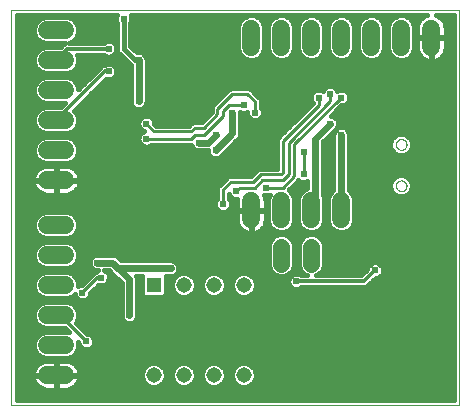
<source format=gbl>
G75*
%MOIN*%
%OFA0B0*%
%FSLAX25Y25*%
%IPPOS*%
%LPD*%
%AMOC8*
5,1,8,0,0,1.08239X$1,22.5*
%
%ADD10C,0.00000*%
%ADD11C,0.06000*%
%ADD12C,0.05600*%
%ADD13C,0.05150*%
%ADD14R,0.05150X0.05150*%
%ADD15C,0.02381*%
%ADD16C,0.02400*%
%ADD17C,0.01000*%
%ADD18C,0.01600*%
%ADD19C,0.01210*%
D10*
X0030000Y0001800D02*
X0030000Y0133650D01*
X0179350Y0133650D01*
X0179350Y0001800D01*
X0030000Y0001800D01*
X0158228Y0074910D02*
X0158230Y0074994D01*
X0158236Y0075077D01*
X0158246Y0075160D01*
X0158260Y0075243D01*
X0158277Y0075325D01*
X0158299Y0075406D01*
X0158324Y0075485D01*
X0158353Y0075564D01*
X0158386Y0075641D01*
X0158422Y0075716D01*
X0158462Y0075790D01*
X0158505Y0075862D01*
X0158552Y0075931D01*
X0158602Y0075998D01*
X0158655Y0076063D01*
X0158711Y0076125D01*
X0158769Y0076185D01*
X0158831Y0076242D01*
X0158895Y0076295D01*
X0158962Y0076346D01*
X0159031Y0076393D01*
X0159102Y0076438D01*
X0159175Y0076478D01*
X0159250Y0076515D01*
X0159327Y0076549D01*
X0159405Y0076579D01*
X0159484Y0076605D01*
X0159565Y0076628D01*
X0159647Y0076646D01*
X0159729Y0076661D01*
X0159812Y0076672D01*
X0159895Y0076679D01*
X0159979Y0076682D01*
X0160063Y0076681D01*
X0160146Y0076676D01*
X0160230Y0076667D01*
X0160312Y0076654D01*
X0160394Y0076638D01*
X0160475Y0076617D01*
X0160556Y0076593D01*
X0160634Y0076565D01*
X0160712Y0076533D01*
X0160788Y0076497D01*
X0160862Y0076458D01*
X0160934Y0076416D01*
X0161004Y0076370D01*
X0161072Y0076321D01*
X0161137Y0076269D01*
X0161200Y0076214D01*
X0161260Y0076156D01*
X0161318Y0076095D01*
X0161372Y0076031D01*
X0161424Y0075965D01*
X0161472Y0075897D01*
X0161517Y0075826D01*
X0161558Y0075753D01*
X0161597Y0075679D01*
X0161631Y0075603D01*
X0161662Y0075525D01*
X0161689Y0075446D01*
X0161713Y0075365D01*
X0161732Y0075284D01*
X0161748Y0075202D01*
X0161760Y0075119D01*
X0161768Y0075035D01*
X0161772Y0074952D01*
X0161772Y0074868D01*
X0161768Y0074785D01*
X0161760Y0074701D01*
X0161748Y0074618D01*
X0161732Y0074536D01*
X0161713Y0074455D01*
X0161689Y0074374D01*
X0161662Y0074295D01*
X0161631Y0074217D01*
X0161597Y0074141D01*
X0161558Y0074067D01*
X0161517Y0073994D01*
X0161472Y0073923D01*
X0161424Y0073855D01*
X0161372Y0073789D01*
X0161318Y0073725D01*
X0161260Y0073664D01*
X0161200Y0073606D01*
X0161137Y0073551D01*
X0161072Y0073499D01*
X0161004Y0073450D01*
X0160934Y0073404D01*
X0160862Y0073362D01*
X0160788Y0073323D01*
X0160712Y0073287D01*
X0160634Y0073255D01*
X0160556Y0073227D01*
X0160475Y0073203D01*
X0160394Y0073182D01*
X0160312Y0073166D01*
X0160230Y0073153D01*
X0160146Y0073144D01*
X0160063Y0073139D01*
X0159979Y0073138D01*
X0159895Y0073141D01*
X0159812Y0073148D01*
X0159729Y0073159D01*
X0159647Y0073174D01*
X0159565Y0073192D01*
X0159484Y0073215D01*
X0159405Y0073241D01*
X0159327Y0073271D01*
X0159250Y0073305D01*
X0159175Y0073342D01*
X0159102Y0073382D01*
X0159031Y0073427D01*
X0158962Y0073474D01*
X0158895Y0073525D01*
X0158831Y0073578D01*
X0158769Y0073635D01*
X0158711Y0073695D01*
X0158655Y0073757D01*
X0158602Y0073822D01*
X0158552Y0073889D01*
X0158505Y0073958D01*
X0158462Y0074030D01*
X0158422Y0074104D01*
X0158386Y0074179D01*
X0158353Y0074256D01*
X0158324Y0074335D01*
X0158299Y0074414D01*
X0158277Y0074495D01*
X0158260Y0074577D01*
X0158246Y0074660D01*
X0158236Y0074743D01*
X0158230Y0074826D01*
X0158228Y0074910D01*
X0158228Y0088690D02*
X0158230Y0088774D01*
X0158236Y0088857D01*
X0158246Y0088940D01*
X0158260Y0089023D01*
X0158277Y0089105D01*
X0158299Y0089186D01*
X0158324Y0089265D01*
X0158353Y0089344D01*
X0158386Y0089421D01*
X0158422Y0089496D01*
X0158462Y0089570D01*
X0158505Y0089642D01*
X0158552Y0089711D01*
X0158602Y0089778D01*
X0158655Y0089843D01*
X0158711Y0089905D01*
X0158769Y0089965D01*
X0158831Y0090022D01*
X0158895Y0090075D01*
X0158962Y0090126D01*
X0159031Y0090173D01*
X0159102Y0090218D01*
X0159175Y0090258D01*
X0159250Y0090295D01*
X0159327Y0090329D01*
X0159405Y0090359D01*
X0159484Y0090385D01*
X0159565Y0090408D01*
X0159647Y0090426D01*
X0159729Y0090441D01*
X0159812Y0090452D01*
X0159895Y0090459D01*
X0159979Y0090462D01*
X0160063Y0090461D01*
X0160146Y0090456D01*
X0160230Y0090447D01*
X0160312Y0090434D01*
X0160394Y0090418D01*
X0160475Y0090397D01*
X0160556Y0090373D01*
X0160634Y0090345D01*
X0160712Y0090313D01*
X0160788Y0090277D01*
X0160862Y0090238D01*
X0160934Y0090196D01*
X0161004Y0090150D01*
X0161072Y0090101D01*
X0161137Y0090049D01*
X0161200Y0089994D01*
X0161260Y0089936D01*
X0161318Y0089875D01*
X0161372Y0089811D01*
X0161424Y0089745D01*
X0161472Y0089677D01*
X0161517Y0089606D01*
X0161558Y0089533D01*
X0161597Y0089459D01*
X0161631Y0089383D01*
X0161662Y0089305D01*
X0161689Y0089226D01*
X0161713Y0089145D01*
X0161732Y0089064D01*
X0161748Y0088982D01*
X0161760Y0088899D01*
X0161768Y0088815D01*
X0161772Y0088732D01*
X0161772Y0088648D01*
X0161768Y0088565D01*
X0161760Y0088481D01*
X0161748Y0088398D01*
X0161732Y0088316D01*
X0161713Y0088235D01*
X0161689Y0088154D01*
X0161662Y0088075D01*
X0161631Y0087997D01*
X0161597Y0087921D01*
X0161558Y0087847D01*
X0161517Y0087774D01*
X0161472Y0087703D01*
X0161424Y0087635D01*
X0161372Y0087569D01*
X0161318Y0087505D01*
X0161260Y0087444D01*
X0161200Y0087386D01*
X0161137Y0087331D01*
X0161072Y0087279D01*
X0161004Y0087230D01*
X0160934Y0087184D01*
X0160862Y0087142D01*
X0160788Y0087103D01*
X0160712Y0087067D01*
X0160634Y0087035D01*
X0160556Y0087007D01*
X0160475Y0086983D01*
X0160394Y0086962D01*
X0160312Y0086946D01*
X0160230Y0086933D01*
X0160146Y0086924D01*
X0160063Y0086919D01*
X0159979Y0086918D01*
X0159895Y0086921D01*
X0159812Y0086928D01*
X0159729Y0086939D01*
X0159647Y0086954D01*
X0159565Y0086972D01*
X0159484Y0086995D01*
X0159405Y0087021D01*
X0159327Y0087051D01*
X0159250Y0087085D01*
X0159175Y0087122D01*
X0159102Y0087162D01*
X0159031Y0087207D01*
X0158962Y0087254D01*
X0158895Y0087305D01*
X0158831Y0087358D01*
X0158769Y0087415D01*
X0158711Y0087475D01*
X0158655Y0087537D01*
X0158602Y0087602D01*
X0158552Y0087669D01*
X0158505Y0087738D01*
X0158462Y0087810D01*
X0158422Y0087884D01*
X0158386Y0087959D01*
X0158353Y0088036D01*
X0158324Y0088115D01*
X0158299Y0088194D01*
X0158277Y0088275D01*
X0158260Y0088357D01*
X0158246Y0088440D01*
X0158236Y0088523D01*
X0158230Y0088606D01*
X0158228Y0088690D01*
D11*
X0140000Y0069800D02*
X0140000Y0063800D01*
X0130000Y0063800D02*
X0130000Y0069800D01*
X0120000Y0069800D02*
X0120000Y0063800D01*
X0110000Y0063800D02*
X0110000Y0069800D01*
X0048000Y0076800D02*
X0042000Y0076800D01*
X0042000Y0086800D02*
X0048000Y0086800D01*
X0048000Y0096800D02*
X0042000Y0096800D01*
X0042000Y0106800D02*
X0048000Y0106800D01*
X0048000Y0116800D02*
X0042000Y0116800D01*
X0042000Y0126800D02*
X0048000Y0126800D01*
X0110000Y0127300D02*
X0110000Y0121300D01*
X0120000Y0121300D02*
X0120000Y0127300D01*
X0130000Y0127300D02*
X0130000Y0121300D01*
X0140000Y0121300D02*
X0140000Y0127300D01*
X0150000Y0127300D02*
X0150000Y0121300D01*
X0160000Y0121300D02*
X0160000Y0127300D01*
X0170000Y0127300D02*
X0170000Y0121300D01*
X0048000Y0061800D02*
X0042000Y0061800D01*
X0042000Y0051800D02*
X0048000Y0051800D01*
X0048000Y0041800D02*
X0042000Y0041800D01*
X0042000Y0031800D02*
X0048000Y0031800D01*
X0048000Y0021800D02*
X0042000Y0021800D01*
X0042000Y0011800D02*
X0048000Y0011800D01*
D12*
X0120000Y0049000D02*
X0120000Y0054600D01*
X0130000Y0054600D02*
X0130000Y0049000D01*
D13*
X0107500Y0041800D03*
X0097500Y0041800D03*
X0087500Y0041800D03*
X0087500Y0011800D03*
X0077500Y0011800D03*
X0097500Y0011800D03*
X0107500Y0011800D03*
D14*
X0077500Y0041800D03*
D15*
X0083125Y0047425D03*
X0078125Y0034300D03*
X0069375Y0031800D03*
X0060000Y0031800D03*
X0053750Y0039300D03*
X0060000Y0044300D03*
X0058750Y0049300D03*
X0036250Y0046800D03*
X0036250Y0036800D03*
X0036250Y0026800D03*
X0036250Y0016800D03*
X0053750Y0008050D03*
X0061250Y0008050D03*
X0070000Y0008050D03*
X0063750Y0015550D03*
X0055000Y0023050D03*
X0076250Y0021175D03*
X0115000Y0008050D03*
X0127500Y0008050D03*
X0136250Y0008050D03*
X0150000Y0016800D03*
X0147500Y0026800D03*
X0152500Y0026800D03*
X0136250Y0036800D03*
X0125000Y0043050D03*
X0136250Y0050550D03*
X0151250Y0046800D03*
X0172500Y0050550D03*
X0172500Y0039300D03*
X0172500Y0028050D03*
X0172500Y0018050D03*
X0172500Y0008050D03*
X0135625Y0026800D03*
X0100625Y0068675D03*
X0105000Y0073050D03*
X0115000Y0074300D03*
X0127500Y0078675D03*
X0135000Y0081800D03*
X0127500Y0086175D03*
X0116875Y0086800D03*
X0112500Y0086800D03*
X0098125Y0086800D03*
X0092500Y0089300D03*
X0098125Y0091800D03*
X0103750Y0099300D03*
X0107500Y0101800D03*
X0111250Y0099300D03*
X0115000Y0106800D03*
X0123125Y0115550D03*
X0115000Y0116175D03*
X0126875Y0107425D03*
X0132500Y0104300D03*
X0136250Y0105550D03*
X0140000Y0104300D03*
X0136250Y0095550D03*
X0140000Y0091800D03*
X0143750Y0089300D03*
X0143750Y0085550D03*
X0164375Y0117425D03*
X0100000Y0106800D03*
X0095000Y0106800D03*
X0075000Y0095550D03*
X0075000Y0090550D03*
X0082500Y0084300D03*
X0087500Y0084300D03*
X0087500Y0079300D03*
X0082500Y0079300D03*
X0073125Y0076800D03*
X0063750Y0075550D03*
X0070000Y0068050D03*
X0064375Y0086175D03*
X0072500Y0103050D03*
X0062500Y0113050D03*
X0062500Y0116800D03*
X0062500Y0120550D03*
X0072500Y0116800D03*
X0075000Y0126800D03*
X0067500Y0130550D03*
X0088750Y0128050D03*
X0096250Y0129300D03*
X0036250Y0121800D03*
X0036250Y0111800D03*
X0036250Y0101800D03*
X0036250Y0091800D03*
X0036250Y0081800D03*
X0036250Y0066800D03*
X0036250Y0056800D03*
D16*
X0058750Y0049300D02*
X0063750Y0049300D01*
X0065938Y0047112D01*
X0066250Y0047425D01*
X0083125Y0047425D01*
X0069375Y0043675D02*
X0069375Y0031800D01*
X0069375Y0043675D02*
X0065938Y0047112D01*
X0098125Y0086800D02*
X0103750Y0092425D01*
X0103750Y0099300D01*
X0098125Y0091800D02*
X0095625Y0089300D01*
X0092500Y0089300D01*
X0072500Y0103050D02*
X0072500Y0116800D01*
X0131250Y0090550D02*
X0136250Y0095550D01*
X0140000Y0091800D02*
X0140000Y0066800D01*
X0131250Y0068050D02*
X0131250Y0090550D01*
X0131250Y0068050D02*
X0130000Y0066800D01*
D17*
X0120625Y0074300D02*
X0124375Y0078050D01*
X0124375Y0088675D01*
X0140000Y0104300D01*
X0136250Y0103050D02*
X0136250Y0105550D01*
X0136250Y0103050D02*
X0122500Y0089300D01*
X0122500Y0078675D01*
X0120625Y0076800D01*
X0113750Y0076800D01*
X0111250Y0074300D01*
X0106250Y0074300D01*
X0105000Y0073050D01*
X0103125Y0076175D02*
X0110625Y0076175D01*
X0113125Y0078675D01*
X0120000Y0078675D01*
X0120625Y0079300D01*
X0120625Y0089925D01*
X0132500Y0101800D01*
X0132500Y0104300D01*
X0111250Y0103050D02*
X0111250Y0099300D01*
X0107500Y0101800D02*
X0102500Y0101800D01*
X0100625Y0099925D01*
X0100625Y0098050D01*
X0094375Y0091800D01*
X0091250Y0091800D01*
X0090000Y0090550D01*
X0075000Y0090550D01*
X0077500Y0093050D02*
X0090000Y0093050D01*
X0091250Y0094300D01*
X0094375Y0094300D01*
X0098750Y0098675D01*
X0098750Y0100550D01*
X0103750Y0105550D01*
X0108750Y0105550D01*
X0111250Y0103050D01*
X0127500Y0086175D02*
X0127500Y0078675D01*
X0120625Y0074300D02*
X0115000Y0074300D01*
X0103125Y0076175D02*
X0100625Y0073675D01*
X0100625Y0068675D01*
X0077500Y0093050D02*
X0075000Y0095550D01*
D18*
X0072625Y0094514D02*
X0051815Y0094514D01*
X0051730Y0094308D02*
X0052400Y0095925D01*
X0052400Y0097675D01*
X0051730Y0099292D01*
X0051029Y0099994D01*
X0061638Y0110603D01*
X0061985Y0110459D01*
X0063015Y0110459D01*
X0063967Y0110854D01*
X0064696Y0111583D01*
X0065091Y0112535D01*
X0065091Y0113565D01*
X0064696Y0114517D01*
X0063967Y0115246D01*
X0063015Y0115641D01*
X0061985Y0115641D01*
X0061033Y0115246D01*
X0060841Y0115055D01*
X0060420Y0115055D01*
X0059245Y0113880D01*
X0052400Y0107035D01*
X0052400Y0107675D01*
X0051730Y0109292D01*
X0050492Y0110530D01*
X0048875Y0111200D01*
X0041125Y0111200D01*
X0039508Y0110530D01*
X0038270Y0109292D01*
X0037600Y0107675D01*
X0037600Y0105925D01*
X0038270Y0104308D01*
X0039508Y0103070D01*
X0041125Y0102400D01*
X0047765Y0102400D01*
X0046565Y0101200D01*
X0041125Y0101200D01*
X0039508Y0100530D01*
X0038270Y0099292D01*
X0037600Y0097675D01*
X0037600Y0095925D01*
X0038270Y0094308D01*
X0039508Y0093070D01*
X0041125Y0092400D01*
X0048875Y0092400D01*
X0050492Y0093070D01*
X0051730Y0094308D01*
X0052400Y0096112D02*
X0072429Y0096112D01*
X0072409Y0096065D02*
X0072409Y0095035D01*
X0072804Y0094083D01*
X0073533Y0093354D01*
X0074266Y0093050D01*
X0073533Y0092746D01*
X0072804Y0092017D01*
X0072409Y0091065D01*
X0072409Y0090035D01*
X0072804Y0089083D01*
X0073533Y0088354D01*
X0074485Y0087959D01*
X0075515Y0087959D01*
X0076467Y0088354D01*
X0076764Y0088650D01*
X0089955Y0088650D01*
X0090296Y0087827D01*
X0091027Y0087096D01*
X0091983Y0086700D01*
X0095525Y0086700D01*
X0095525Y0086283D01*
X0095921Y0085327D01*
X0096652Y0084596D01*
X0097608Y0084200D01*
X0098642Y0084200D01*
X0099598Y0084596D01*
X0105954Y0090952D01*
X0106350Y0091908D01*
X0106350Y0099472D01*
X0106985Y0099209D01*
X0108015Y0099209D01*
X0108659Y0099476D01*
X0108659Y0098785D01*
X0109054Y0097833D01*
X0109783Y0097104D01*
X0110735Y0096709D01*
X0111765Y0096709D01*
X0112717Y0097104D01*
X0113446Y0097833D01*
X0113841Y0098785D01*
X0113841Y0099815D01*
X0113446Y0100767D01*
X0113150Y0101064D01*
X0113150Y0103837D01*
X0112037Y0104950D01*
X0109537Y0107450D01*
X0102963Y0107450D01*
X0101850Y0106337D01*
X0096850Y0101337D01*
X0096850Y0099462D01*
X0093588Y0096200D01*
X0090463Y0096200D01*
X0089350Y0095087D01*
X0089213Y0094950D01*
X0078287Y0094950D01*
X0077591Y0095646D01*
X0077591Y0096065D01*
X0077196Y0097017D01*
X0076467Y0097746D01*
X0075515Y0098141D01*
X0074485Y0098141D01*
X0073533Y0097746D01*
X0072804Y0097017D01*
X0072409Y0096065D01*
X0073497Y0097711D02*
X0052385Y0097711D01*
X0051713Y0099309D02*
X0096697Y0099309D01*
X0095099Y0097711D02*
X0076503Y0097711D01*
X0077571Y0096112D02*
X0090375Y0096112D01*
X0096850Y0100908D02*
X0074035Y0100908D01*
X0073973Y0100846D02*
X0074704Y0101577D01*
X0075100Y0102533D01*
X0075100Y0117317D01*
X0074704Y0118273D01*
X0073973Y0119004D01*
X0073017Y0119400D01*
X0071983Y0119400D01*
X0071826Y0119335D01*
X0069700Y0121461D01*
X0069700Y0129092D01*
X0070091Y0130035D01*
X0070091Y0131065D01*
X0069765Y0131850D01*
X0168472Y0131850D01*
X0168157Y0131748D01*
X0167484Y0131405D01*
X0166873Y0130961D01*
X0166339Y0130427D01*
X0165895Y0129816D01*
X0165552Y0129143D01*
X0165318Y0128424D01*
X0165200Y0127678D01*
X0165200Y0124500D01*
X0169800Y0124500D01*
X0169800Y0124100D01*
X0170200Y0124100D01*
X0170200Y0124500D01*
X0174800Y0124500D01*
X0174800Y0127678D01*
X0174682Y0128424D01*
X0174448Y0129143D01*
X0174105Y0129816D01*
X0173661Y0130427D01*
X0173127Y0130961D01*
X0172516Y0131405D01*
X0171843Y0131748D01*
X0171528Y0131850D01*
X0177550Y0131850D01*
X0177550Y0003600D01*
X0031800Y0003600D01*
X0031800Y0131850D01*
X0065235Y0131850D01*
X0064909Y0131065D01*
X0064909Y0130035D01*
X0065300Y0129092D01*
X0065300Y0119639D01*
X0066589Y0118350D01*
X0069900Y0115039D01*
X0069900Y0102533D01*
X0070296Y0101577D01*
X0071027Y0100846D01*
X0071983Y0100450D01*
X0073017Y0100450D01*
X0073973Y0100846D01*
X0075089Y0102506D02*
X0098019Y0102506D01*
X0099618Y0104105D02*
X0075100Y0104105D01*
X0075100Y0105703D02*
X0101216Y0105703D01*
X0102815Y0107302D02*
X0075100Y0107302D01*
X0075100Y0108900D02*
X0177550Y0108900D01*
X0177550Y0110499D02*
X0075100Y0110499D01*
X0075100Y0112097D02*
X0177550Y0112097D01*
X0177550Y0113696D02*
X0075100Y0113696D01*
X0075100Y0115294D02*
X0177550Y0115294D01*
X0177550Y0116893D02*
X0171923Y0116893D01*
X0171843Y0116852D02*
X0172516Y0117195D01*
X0173127Y0117639D01*
X0173661Y0118173D01*
X0174105Y0118784D01*
X0174448Y0119457D01*
X0174682Y0120176D01*
X0174800Y0120922D01*
X0174800Y0124100D01*
X0170200Y0124100D01*
X0170200Y0116500D01*
X0170378Y0116500D01*
X0171124Y0116618D01*
X0171843Y0116852D01*
X0170200Y0116893D02*
X0169800Y0116893D01*
X0169800Y0116500D02*
X0169800Y0124100D01*
X0165200Y0124100D01*
X0165200Y0120922D01*
X0165318Y0120176D01*
X0165552Y0119457D01*
X0165895Y0118784D01*
X0166339Y0118173D01*
X0166873Y0117639D01*
X0167484Y0117195D01*
X0168157Y0116852D01*
X0168876Y0116618D01*
X0169622Y0116500D01*
X0169800Y0116500D01*
X0168077Y0116893D02*
X0075100Y0116893D01*
X0074486Y0118491D02*
X0106586Y0118491D01*
X0106270Y0118808D02*
X0107508Y0117570D01*
X0109125Y0116900D01*
X0110875Y0116900D01*
X0112492Y0117570D01*
X0113730Y0118808D01*
X0114400Y0120425D01*
X0114400Y0128175D01*
X0113730Y0129792D01*
X0112492Y0131030D01*
X0110875Y0131700D01*
X0109125Y0131700D01*
X0107508Y0131030D01*
X0106270Y0129792D01*
X0105600Y0128175D01*
X0105600Y0120425D01*
X0106270Y0118808D01*
X0105739Y0120090D02*
X0071071Y0120090D01*
X0069700Y0121688D02*
X0105600Y0121688D01*
X0105600Y0123287D02*
X0069700Y0123287D01*
X0069700Y0124885D02*
X0105600Y0124885D01*
X0105600Y0126484D02*
X0069700Y0126484D01*
X0069700Y0128082D02*
X0105600Y0128082D01*
X0106224Y0129681D02*
X0069944Y0129681D01*
X0070002Y0131279D02*
X0108109Y0131279D01*
X0111891Y0131279D02*
X0118109Y0131279D01*
X0117508Y0131030D02*
X0116270Y0129792D01*
X0115600Y0128175D01*
X0115600Y0120425D01*
X0116270Y0118808D01*
X0117508Y0117570D01*
X0119125Y0116900D01*
X0120875Y0116900D01*
X0122492Y0117570D01*
X0123730Y0118808D01*
X0124400Y0120425D01*
X0124400Y0128175D01*
X0123730Y0129792D01*
X0122492Y0131030D01*
X0120875Y0131700D01*
X0119125Y0131700D01*
X0117508Y0131030D01*
X0116224Y0129681D02*
X0113776Y0129681D01*
X0114400Y0128082D02*
X0115600Y0128082D01*
X0115600Y0126484D02*
X0114400Y0126484D01*
X0114400Y0124885D02*
X0115600Y0124885D01*
X0115600Y0123287D02*
X0114400Y0123287D01*
X0114400Y0121688D02*
X0115600Y0121688D01*
X0115739Y0120090D02*
X0114261Y0120090D01*
X0113414Y0118491D02*
X0116586Y0118491D01*
X0123414Y0118491D02*
X0126586Y0118491D01*
X0126270Y0118808D02*
X0127508Y0117570D01*
X0129125Y0116900D01*
X0130875Y0116900D01*
X0132492Y0117570D01*
X0133730Y0118808D01*
X0134400Y0120425D01*
X0134400Y0128175D01*
X0133730Y0129792D01*
X0132492Y0131030D01*
X0130875Y0131700D01*
X0129125Y0131700D01*
X0127508Y0131030D01*
X0126270Y0129792D01*
X0125600Y0128175D01*
X0125600Y0120425D01*
X0126270Y0118808D01*
X0125739Y0120090D02*
X0124261Y0120090D01*
X0124400Y0121688D02*
X0125600Y0121688D01*
X0125600Y0123287D02*
X0124400Y0123287D01*
X0124400Y0124885D02*
X0125600Y0124885D01*
X0125600Y0126484D02*
X0124400Y0126484D01*
X0124400Y0128082D02*
X0125600Y0128082D01*
X0126224Y0129681D02*
X0123776Y0129681D01*
X0121891Y0131279D02*
X0128109Y0131279D01*
X0131891Y0131279D02*
X0138109Y0131279D01*
X0137508Y0131030D02*
X0139125Y0131700D01*
X0140875Y0131700D01*
X0142492Y0131030D01*
X0143730Y0129792D01*
X0144400Y0128175D01*
X0144400Y0120425D01*
X0143730Y0118808D01*
X0142492Y0117570D01*
X0140875Y0116900D01*
X0139125Y0116900D01*
X0137508Y0117570D01*
X0136270Y0118808D01*
X0135600Y0120425D01*
X0135600Y0128175D01*
X0136270Y0129792D01*
X0137508Y0131030D01*
X0136224Y0129681D02*
X0133776Y0129681D01*
X0134400Y0128082D02*
X0135600Y0128082D01*
X0135600Y0126484D02*
X0134400Y0126484D01*
X0134400Y0124885D02*
X0135600Y0124885D01*
X0135600Y0123287D02*
X0134400Y0123287D01*
X0134400Y0121688D02*
X0135600Y0121688D01*
X0135739Y0120090D02*
X0134261Y0120090D01*
X0133414Y0118491D02*
X0136586Y0118491D01*
X0143414Y0118491D02*
X0146586Y0118491D01*
X0146270Y0118808D02*
X0147508Y0117570D01*
X0149125Y0116900D01*
X0150875Y0116900D01*
X0152492Y0117570D01*
X0153730Y0118808D01*
X0154400Y0120425D01*
X0154400Y0128175D01*
X0153730Y0129792D01*
X0152492Y0131030D01*
X0150875Y0131700D01*
X0149125Y0131700D01*
X0147508Y0131030D01*
X0146270Y0129792D01*
X0145600Y0128175D01*
X0145600Y0120425D01*
X0146270Y0118808D01*
X0145739Y0120090D02*
X0144261Y0120090D01*
X0144400Y0121688D02*
X0145600Y0121688D01*
X0145600Y0123287D02*
X0144400Y0123287D01*
X0144400Y0124885D02*
X0145600Y0124885D01*
X0145600Y0126484D02*
X0144400Y0126484D01*
X0144400Y0128082D02*
X0145600Y0128082D01*
X0146224Y0129681D02*
X0143776Y0129681D01*
X0141891Y0131279D02*
X0148109Y0131279D01*
X0151891Y0131279D02*
X0158109Y0131279D01*
X0157508Y0131030D02*
X0156270Y0129792D01*
X0155600Y0128175D01*
X0155600Y0120425D01*
X0156270Y0118808D01*
X0157508Y0117570D01*
X0159125Y0116900D01*
X0160875Y0116900D01*
X0162492Y0117570D01*
X0163730Y0118808D01*
X0164400Y0120425D01*
X0164400Y0128175D01*
X0163730Y0129792D01*
X0162492Y0131030D01*
X0160875Y0131700D01*
X0159125Y0131700D01*
X0157508Y0131030D01*
X0156224Y0129681D02*
X0153776Y0129681D01*
X0154400Y0128082D02*
X0155600Y0128082D01*
X0155600Y0126484D02*
X0154400Y0126484D01*
X0154400Y0124885D02*
X0155600Y0124885D01*
X0155600Y0123287D02*
X0154400Y0123287D01*
X0154400Y0121688D02*
X0155600Y0121688D01*
X0155739Y0120090D02*
X0154261Y0120090D01*
X0153414Y0118491D02*
X0156586Y0118491D01*
X0163414Y0118491D02*
X0166107Y0118491D01*
X0165346Y0120090D02*
X0164261Y0120090D01*
X0164400Y0121688D02*
X0165200Y0121688D01*
X0165200Y0123287D02*
X0164400Y0123287D01*
X0164400Y0124885D02*
X0165200Y0124885D01*
X0165200Y0126484D02*
X0164400Y0126484D01*
X0164400Y0128082D02*
X0165264Y0128082D01*
X0165826Y0129681D02*
X0163776Y0129681D01*
X0161891Y0131279D02*
X0167311Y0131279D01*
X0172689Y0131279D02*
X0177550Y0131279D01*
X0177550Y0129681D02*
X0174174Y0129681D01*
X0174736Y0128082D02*
X0177550Y0128082D01*
X0177550Y0126484D02*
X0174800Y0126484D01*
X0174800Y0124885D02*
X0177550Y0124885D01*
X0177550Y0123287D02*
X0174800Y0123287D01*
X0174800Y0121688D02*
X0177550Y0121688D01*
X0177550Y0120090D02*
X0174654Y0120090D01*
X0173892Y0118491D02*
X0177550Y0118491D01*
X0170200Y0118491D02*
X0169800Y0118491D01*
X0169800Y0120090D02*
X0170200Y0120090D01*
X0170200Y0121688D02*
X0169800Y0121688D01*
X0169800Y0123287D02*
X0170200Y0123287D01*
X0177550Y0107302D02*
X0138162Y0107302D01*
X0138446Y0107017D02*
X0137717Y0107746D01*
X0136765Y0108141D01*
X0135735Y0108141D01*
X0134783Y0107746D01*
X0134054Y0107017D01*
X0133857Y0106542D01*
X0133015Y0106891D01*
X0131985Y0106891D01*
X0131033Y0106496D01*
X0130304Y0105767D01*
X0129909Y0104815D01*
X0129909Y0103785D01*
X0130304Y0102833D01*
X0130575Y0102562D01*
X0118725Y0090712D01*
X0118725Y0080575D01*
X0112338Y0080575D01*
X0111225Y0079462D01*
X0109838Y0078075D01*
X0102338Y0078075D01*
X0101225Y0076962D01*
X0098725Y0074462D01*
X0098725Y0070439D01*
X0098429Y0070142D01*
X0098034Y0069190D01*
X0098034Y0068160D01*
X0098429Y0067208D01*
X0099158Y0066479D01*
X0100110Y0066084D01*
X0101140Y0066084D01*
X0102092Y0066479D01*
X0102821Y0067208D01*
X0103216Y0068160D01*
X0103216Y0069190D01*
X0102821Y0070142D01*
X0102525Y0070439D01*
X0102525Y0072256D01*
X0102804Y0071583D01*
X0103533Y0070854D01*
X0104485Y0070459D01*
X0105245Y0070459D01*
X0105200Y0070178D01*
X0105200Y0067000D01*
X0109800Y0067000D01*
X0109800Y0066600D01*
X0110200Y0066600D01*
X0110200Y0067000D01*
X0114800Y0067000D01*
X0114800Y0070178D01*
X0114682Y0070924D01*
X0114448Y0071643D01*
X0114395Y0071746D01*
X0114485Y0071709D01*
X0115515Y0071709D01*
X0116135Y0071966D01*
X0115600Y0070675D01*
X0115600Y0062925D01*
X0116270Y0061308D01*
X0117508Y0060070D01*
X0119125Y0059400D01*
X0120875Y0059400D01*
X0122492Y0060070D01*
X0123730Y0061308D01*
X0124400Y0062925D01*
X0124400Y0070675D01*
X0123730Y0072292D01*
X0122517Y0073505D01*
X0125162Y0076150D01*
X0125762Y0076750D01*
X0126033Y0076479D01*
X0126985Y0076084D01*
X0128015Y0076084D01*
X0128650Y0076347D01*
X0128650Y0074003D01*
X0127508Y0073530D01*
X0126270Y0072292D01*
X0125600Y0070675D01*
X0125600Y0062925D01*
X0126270Y0061308D01*
X0127508Y0060070D01*
X0129125Y0059400D01*
X0130875Y0059400D01*
X0132492Y0060070D01*
X0133730Y0061308D01*
X0134400Y0062925D01*
X0134400Y0070675D01*
X0133850Y0072003D01*
X0133850Y0089473D01*
X0138454Y0094077D01*
X0138850Y0095033D01*
X0138850Y0096067D01*
X0138454Y0097023D01*
X0137723Y0097754D01*
X0136767Y0098150D01*
X0136537Y0098150D01*
X0140096Y0101709D01*
X0140515Y0101709D01*
X0141467Y0102104D01*
X0142196Y0102833D01*
X0142591Y0103785D01*
X0142591Y0104815D01*
X0142196Y0105767D01*
X0141467Y0106496D01*
X0140515Y0106891D01*
X0139485Y0106891D01*
X0138643Y0106542D01*
X0138446Y0107017D01*
X0142223Y0105703D02*
X0177550Y0105703D01*
X0177550Y0104105D02*
X0142591Y0104105D01*
X0141870Y0102506D02*
X0177550Y0102506D01*
X0177550Y0100908D02*
X0139295Y0100908D01*
X0137696Y0099309D02*
X0177550Y0099309D01*
X0177550Y0097711D02*
X0137766Y0097711D01*
X0138831Y0096112D02*
X0177550Y0096112D01*
X0177550Y0094514D02*
X0138635Y0094514D01*
X0138527Y0094004D02*
X0137796Y0093273D01*
X0137400Y0092317D01*
X0137400Y0073423D01*
X0136270Y0072292D01*
X0135600Y0070675D01*
X0135600Y0062925D01*
X0136270Y0061308D01*
X0137508Y0060070D01*
X0139125Y0059400D01*
X0140875Y0059400D01*
X0142492Y0060070D01*
X0143730Y0061308D01*
X0144400Y0062925D01*
X0144400Y0070675D01*
X0143730Y0072292D01*
X0142600Y0073423D01*
X0142600Y0092317D01*
X0142204Y0093273D01*
X0141473Y0094004D01*
X0140517Y0094400D01*
X0139483Y0094400D01*
X0138527Y0094004D01*
X0137648Y0092915D02*
X0137292Y0092915D01*
X0137400Y0091317D02*
X0135694Y0091317D01*
X0134095Y0089718D02*
X0137400Y0089718D01*
X0137400Y0088120D02*
X0133850Y0088120D01*
X0133850Y0086521D02*
X0137400Y0086521D01*
X0137400Y0084923D02*
X0133850Y0084923D01*
X0133850Y0083324D02*
X0137400Y0083324D01*
X0137400Y0081726D02*
X0133850Y0081726D01*
X0133850Y0080127D02*
X0137400Y0080127D01*
X0137400Y0078529D02*
X0133850Y0078529D01*
X0133850Y0076930D02*
X0137400Y0076930D01*
X0137400Y0075332D02*
X0133850Y0075332D01*
X0133850Y0073733D02*
X0137400Y0073733D01*
X0136204Y0072134D02*
X0133850Y0072134D01*
X0134400Y0070536D02*
X0135600Y0070536D01*
X0135600Y0068937D02*
X0134400Y0068937D01*
X0134400Y0067339D02*
X0135600Y0067339D01*
X0135600Y0065740D02*
X0134400Y0065740D01*
X0134400Y0064142D02*
X0135600Y0064142D01*
X0135758Y0062543D02*
X0134242Y0062543D01*
X0133367Y0060945D02*
X0136633Y0060945D01*
X0132792Y0057748D02*
X0177550Y0057748D01*
X0177550Y0059346D02*
X0111826Y0059346D01*
X0111843Y0059352D02*
X0112516Y0059695D01*
X0113127Y0060139D01*
X0113661Y0060673D01*
X0114105Y0061284D01*
X0114448Y0061957D01*
X0114682Y0062676D01*
X0114800Y0063422D01*
X0114800Y0066600D01*
X0110200Y0066600D01*
X0110200Y0059000D01*
X0110378Y0059000D01*
X0111124Y0059118D01*
X0111843Y0059352D01*
X0110200Y0059346D02*
X0109800Y0059346D01*
X0109800Y0059000D02*
X0109800Y0066600D01*
X0105200Y0066600D01*
X0105200Y0063422D01*
X0105318Y0062676D01*
X0105552Y0061957D01*
X0105895Y0061284D01*
X0106339Y0060673D01*
X0106873Y0060139D01*
X0107484Y0059695D01*
X0108157Y0059352D01*
X0108876Y0059118D01*
X0109622Y0059000D01*
X0109800Y0059000D01*
X0108174Y0059346D02*
X0051746Y0059346D01*
X0051730Y0059308D02*
X0052400Y0060925D01*
X0052400Y0062675D01*
X0051730Y0064292D01*
X0050492Y0065530D01*
X0048875Y0066200D01*
X0041125Y0066200D01*
X0039508Y0065530D01*
X0038270Y0064292D01*
X0037600Y0062675D01*
X0037600Y0060925D01*
X0038270Y0059308D01*
X0039508Y0058070D01*
X0041125Y0057400D01*
X0048875Y0057400D01*
X0050492Y0058070D01*
X0051730Y0059308D01*
X0052400Y0060945D02*
X0106141Y0060945D01*
X0105361Y0062543D02*
X0052400Y0062543D01*
X0051792Y0064142D02*
X0105200Y0064142D01*
X0105200Y0065740D02*
X0049985Y0065740D01*
X0049124Y0072118D02*
X0048378Y0072000D01*
X0045200Y0072000D01*
X0045200Y0076600D01*
X0045200Y0077000D01*
X0044800Y0077000D01*
X0044800Y0081600D01*
X0041622Y0081600D01*
X0040876Y0081482D01*
X0040157Y0081248D01*
X0039484Y0080905D01*
X0038873Y0080461D01*
X0038339Y0079927D01*
X0037895Y0079316D01*
X0037552Y0078643D01*
X0037318Y0077924D01*
X0037200Y0077178D01*
X0037200Y0077000D01*
X0044800Y0077000D01*
X0044800Y0076600D01*
X0045200Y0076600D01*
X0052800Y0076600D01*
X0052800Y0076422D01*
X0052682Y0075676D01*
X0052448Y0074957D01*
X0052105Y0074284D01*
X0051661Y0073673D01*
X0051127Y0073139D01*
X0050516Y0072695D01*
X0049843Y0072352D01*
X0049124Y0072118D01*
X0049174Y0072134D02*
X0098725Y0072134D01*
X0098725Y0073733D02*
X0051705Y0073733D01*
X0052570Y0075332D02*
X0099595Y0075332D01*
X0101193Y0076930D02*
X0045200Y0076930D01*
X0045200Y0077000D02*
X0052800Y0077000D01*
X0052800Y0077178D01*
X0052682Y0077924D01*
X0052448Y0078643D01*
X0052105Y0079316D01*
X0051661Y0079927D01*
X0051127Y0080461D01*
X0050516Y0080905D01*
X0049843Y0081248D01*
X0049124Y0081482D01*
X0048378Y0081600D01*
X0045200Y0081600D01*
X0045200Y0077000D01*
X0044800Y0076930D02*
X0031800Y0076930D01*
X0031800Y0075332D02*
X0037430Y0075332D01*
X0037318Y0075676D02*
X0037552Y0074957D01*
X0037895Y0074284D01*
X0038339Y0073673D01*
X0038873Y0073139D01*
X0039484Y0072695D01*
X0040157Y0072352D01*
X0040876Y0072118D01*
X0041622Y0072000D01*
X0044800Y0072000D01*
X0044800Y0076600D01*
X0037200Y0076600D01*
X0037200Y0076422D01*
X0037318Y0075676D01*
X0038295Y0073733D02*
X0031800Y0073733D01*
X0031800Y0072134D02*
X0040826Y0072134D01*
X0044800Y0072134D02*
X0045200Y0072134D01*
X0045200Y0073733D02*
X0044800Y0073733D01*
X0044800Y0075332D02*
X0045200Y0075332D01*
X0045200Y0078529D02*
X0044800Y0078529D01*
X0044800Y0080127D02*
X0045200Y0080127D01*
X0048875Y0082400D02*
X0041125Y0082400D01*
X0039508Y0083070D01*
X0038270Y0084308D01*
X0037600Y0085925D01*
X0037600Y0087675D01*
X0038270Y0089292D01*
X0039508Y0090530D01*
X0041125Y0091200D01*
X0048875Y0091200D01*
X0050492Y0090530D01*
X0051730Y0089292D01*
X0052400Y0087675D01*
X0052400Y0085925D01*
X0051730Y0084308D01*
X0050492Y0083070D01*
X0048875Y0082400D01*
X0050747Y0083324D02*
X0118725Y0083324D01*
X0118725Y0081726D02*
X0031800Y0081726D01*
X0031800Y0083324D02*
X0039253Y0083324D01*
X0038015Y0084923D02*
X0031800Y0084923D01*
X0031800Y0086521D02*
X0037600Y0086521D01*
X0037784Y0088120D02*
X0031800Y0088120D01*
X0031800Y0089718D02*
X0038696Y0089718D01*
X0039881Y0092915D02*
X0031800Y0092915D01*
X0031800Y0091317D02*
X0072514Y0091317D01*
X0073941Y0092915D02*
X0050119Y0092915D01*
X0051304Y0089718D02*
X0072541Y0089718D01*
X0074098Y0088120D02*
X0052216Y0088120D01*
X0052400Y0086521D02*
X0095525Y0086521D01*
X0096325Y0084923D02*
X0051985Y0084923D01*
X0051461Y0080127D02*
X0111890Y0080127D01*
X0110292Y0078529D02*
X0052485Y0078529D01*
X0038539Y0080127D02*
X0031800Y0080127D01*
X0031800Y0078529D02*
X0037515Y0078529D01*
X0031800Y0070536D02*
X0098725Y0070536D01*
X0098034Y0068937D02*
X0031800Y0068937D01*
X0031800Y0067339D02*
X0098374Y0067339D01*
X0102876Y0067339D02*
X0105200Y0067339D01*
X0105200Y0068937D02*
X0103216Y0068937D01*
X0102525Y0070536D02*
X0104300Y0070536D01*
X0102575Y0072134D02*
X0102525Y0072134D01*
X0109800Y0065740D02*
X0110200Y0065740D01*
X0110200Y0064142D02*
X0109800Y0064142D01*
X0109800Y0062543D02*
X0110200Y0062543D01*
X0110200Y0060945D02*
X0109800Y0060945D01*
X0113859Y0060945D02*
X0116633Y0060945D01*
X0115758Y0062543D02*
X0114639Y0062543D01*
X0114800Y0064142D02*
X0115600Y0064142D01*
X0115600Y0065740D02*
X0114800Y0065740D01*
X0114800Y0067339D02*
X0115600Y0067339D01*
X0115600Y0068937D02*
X0114800Y0068937D01*
X0114743Y0070536D02*
X0115600Y0070536D01*
X0122745Y0073733D02*
X0127997Y0073733D01*
X0128650Y0075332D02*
X0124344Y0075332D01*
X0123796Y0072134D02*
X0126204Y0072134D01*
X0125600Y0070536D02*
X0124400Y0070536D01*
X0124400Y0068937D02*
X0125600Y0068937D01*
X0125600Y0067339D02*
X0124400Y0067339D01*
X0124400Y0065740D02*
X0125600Y0065740D01*
X0125600Y0064142D02*
X0124400Y0064142D01*
X0124242Y0062543D02*
X0125758Y0062543D01*
X0126633Y0060945D02*
X0123367Y0060945D01*
X0122379Y0058161D02*
X0120835Y0058800D01*
X0119165Y0058800D01*
X0117621Y0058161D01*
X0116439Y0056979D01*
X0115800Y0055435D01*
X0115800Y0048165D01*
X0116439Y0046621D01*
X0117621Y0045439D01*
X0119165Y0044800D01*
X0120835Y0044800D01*
X0122379Y0045439D01*
X0123561Y0046621D01*
X0124200Y0048165D01*
X0124200Y0055435D01*
X0123561Y0056979D01*
X0122379Y0058161D01*
X0122792Y0057748D02*
X0127208Y0057748D01*
X0127621Y0058161D02*
X0126439Y0056979D01*
X0125800Y0055435D01*
X0125800Y0048165D01*
X0126439Y0046621D01*
X0127621Y0045439D01*
X0128549Y0045055D01*
X0126659Y0045055D01*
X0126467Y0045246D01*
X0125515Y0045641D01*
X0124485Y0045641D01*
X0123533Y0045246D01*
X0122804Y0044517D01*
X0122409Y0043565D01*
X0122409Y0042535D01*
X0122804Y0041583D01*
X0123533Y0040854D01*
X0124485Y0040459D01*
X0125515Y0040459D01*
X0126467Y0040854D01*
X0126659Y0041045D01*
X0148330Y0041045D01*
X0151495Y0044209D01*
X0151765Y0044209D01*
X0152717Y0044604D01*
X0153446Y0045333D01*
X0153841Y0046285D01*
X0153841Y0047315D01*
X0153446Y0048267D01*
X0152717Y0048996D01*
X0151765Y0049391D01*
X0150735Y0049391D01*
X0149783Y0048996D01*
X0149054Y0048267D01*
X0148659Y0047315D01*
X0148659Y0047045D01*
X0146670Y0045055D01*
X0131451Y0045055D01*
X0132379Y0045439D01*
X0133561Y0046621D01*
X0134200Y0048165D01*
X0134200Y0055435D01*
X0133561Y0056979D01*
X0132379Y0058161D01*
X0130835Y0058800D01*
X0129165Y0058800D01*
X0127621Y0058161D01*
X0126096Y0056149D02*
X0123904Y0056149D01*
X0124200Y0054551D02*
X0125800Y0054551D01*
X0125800Y0052952D02*
X0124200Y0052952D01*
X0124200Y0051354D02*
X0125800Y0051354D01*
X0125800Y0049755D02*
X0124200Y0049755D01*
X0124197Y0048157D02*
X0125803Y0048157D01*
X0126502Y0046558D02*
X0123498Y0046558D01*
X0123246Y0044960D02*
X0121221Y0044960D01*
X0122409Y0043361D02*
X0111156Y0043361D01*
X0110870Y0044052D02*
X0111475Y0042591D01*
X0111475Y0041009D01*
X0110870Y0039548D01*
X0109752Y0038430D01*
X0108291Y0037825D01*
X0106709Y0037825D01*
X0105248Y0038430D01*
X0104130Y0039548D01*
X0103525Y0041009D01*
X0103525Y0042591D01*
X0104130Y0044052D01*
X0105248Y0045170D01*
X0106709Y0045775D01*
X0108291Y0045775D01*
X0109752Y0045170D01*
X0110870Y0044052D01*
X0109961Y0044960D02*
X0118779Y0044960D01*
X0116502Y0046558D02*
X0085580Y0046558D01*
X0085725Y0046908D02*
X0085329Y0045952D01*
X0084598Y0045221D01*
X0083642Y0044825D01*
X0081475Y0044825D01*
X0081475Y0038645D01*
X0080655Y0037825D01*
X0074345Y0037825D01*
X0073525Y0038645D01*
X0073525Y0044825D01*
X0071713Y0044825D01*
X0071975Y0044192D01*
X0071975Y0031283D01*
X0071579Y0030327D01*
X0070848Y0029596D01*
X0069892Y0029200D01*
X0068858Y0029200D01*
X0067902Y0029596D01*
X0067171Y0030327D01*
X0066775Y0031283D01*
X0066775Y0042598D01*
X0063733Y0045640D01*
X0062673Y0046700D01*
X0060975Y0046700D01*
X0061467Y0046496D01*
X0062196Y0045767D01*
X0062591Y0044815D01*
X0062591Y0043785D01*
X0062196Y0042833D01*
X0061467Y0042104D01*
X0060515Y0041709D01*
X0059485Y0041709D01*
X0059138Y0041853D01*
X0056341Y0039055D01*
X0056341Y0038785D01*
X0055946Y0037833D01*
X0055217Y0037104D01*
X0054265Y0036709D01*
X0053235Y0036709D01*
X0052283Y0037104D01*
X0051554Y0037833D01*
X0051173Y0038751D01*
X0050492Y0038070D01*
X0048875Y0037400D01*
X0041125Y0037400D01*
X0039508Y0038070D01*
X0038270Y0039308D01*
X0037600Y0040925D01*
X0037600Y0042675D01*
X0038270Y0044292D01*
X0039508Y0045530D01*
X0041125Y0046200D01*
X0048875Y0046200D01*
X0050492Y0045530D01*
X0051730Y0044292D01*
X0052400Y0042675D01*
X0052400Y0041545D01*
X0053235Y0041891D01*
X0053505Y0041891D01*
X0057920Y0046305D01*
X0058341Y0046305D01*
X0058533Y0046496D01*
X0059025Y0046700D01*
X0058233Y0046700D01*
X0057277Y0047096D01*
X0056546Y0047827D01*
X0056150Y0048783D01*
X0056150Y0049817D01*
X0056546Y0050773D01*
X0057277Y0051504D01*
X0058233Y0051900D01*
X0063233Y0051900D01*
X0064267Y0051900D01*
X0065223Y0051504D01*
X0066702Y0050025D01*
X0083642Y0050025D01*
X0084598Y0049629D01*
X0085329Y0048898D01*
X0085725Y0047942D01*
X0085725Y0046908D01*
X0085636Y0048157D02*
X0115803Y0048157D01*
X0115800Y0049755D02*
X0084293Y0049755D01*
X0086709Y0045775D02*
X0085248Y0045170D01*
X0084130Y0044052D01*
X0083525Y0042591D01*
X0083525Y0041009D01*
X0084130Y0039548D01*
X0085248Y0038430D01*
X0086709Y0037825D01*
X0088291Y0037825D01*
X0089752Y0038430D01*
X0090870Y0039548D01*
X0091475Y0041009D01*
X0091475Y0042591D01*
X0090870Y0044052D01*
X0089752Y0045170D01*
X0088291Y0045775D01*
X0086709Y0045775D01*
X0085039Y0044960D02*
X0083968Y0044960D01*
X0083844Y0043361D02*
X0081475Y0043361D01*
X0081475Y0041763D02*
X0083525Y0041763D01*
X0083875Y0040164D02*
X0081475Y0040164D01*
X0081395Y0038566D02*
X0085113Y0038566D01*
X0089887Y0038566D02*
X0095113Y0038566D01*
X0095248Y0038430D02*
X0096709Y0037825D01*
X0098291Y0037825D01*
X0099752Y0038430D01*
X0100870Y0039548D01*
X0101475Y0041009D01*
X0101475Y0042591D01*
X0100870Y0044052D01*
X0099752Y0045170D01*
X0098291Y0045775D01*
X0096709Y0045775D01*
X0095248Y0045170D01*
X0094130Y0044052D01*
X0093525Y0042591D01*
X0093525Y0041009D01*
X0094130Y0039548D01*
X0095248Y0038430D01*
X0093875Y0040164D02*
X0091125Y0040164D01*
X0091475Y0041763D02*
X0093525Y0041763D01*
X0093844Y0043361D02*
X0091156Y0043361D01*
X0089961Y0044960D02*
X0095039Y0044960D01*
X0099961Y0044960D02*
X0105039Y0044960D01*
X0103844Y0043361D02*
X0101156Y0043361D01*
X0101475Y0041763D02*
X0103525Y0041763D01*
X0103875Y0040164D02*
X0101125Y0040164D01*
X0099887Y0038566D02*
X0105113Y0038566D01*
X0109887Y0038566D02*
X0177550Y0038566D01*
X0177550Y0040164D02*
X0111125Y0040164D01*
X0111475Y0041763D02*
X0122729Y0041763D01*
X0133498Y0046558D02*
X0148173Y0046558D01*
X0149008Y0048157D02*
X0134197Y0048157D01*
X0134200Y0049755D02*
X0177550Y0049755D01*
X0177550Y0048157D02*
X0153492Y0048157D01*
X0153841Y0046558D02*
X0177550Y0046558D01*
X0177550Y0044960D02*
X0153073Y0044960D01*
X0150647Y0043361D02*
X0177550Y0043361D01*
X0177550Y0041763D02*
X0149048Y0041763D01*
X0134200Y0051354D02*
X0177550Y0051354D01*
X0177550Y0052952D02*
X0134200Y0052952D01*
X0134200Y0054551D02*
X0177550Y0054551D01*
X0177550Y0056149D02*
X0133904Y0056149D01*
X0143367Y0060945D02*
X0177550Y0060945D01*
X0177550Y0062543D02*
X0144242Y0062543D01*
X0144400Y0064142D02*
X0177550Y0064142D01*
X0177550Y0065740D02*
X0144400Y0065740D01*
X0144400Y0067339D02*
X0177550Y0067339D01*
X0177550Y0068937D02*
X0144400Y0068937D01*
X0144400Y0070536D02*
X0177550Y0070536D01*
X0177550Y0072134D02*
X0162275Y0072134D01*
X0162023Y0071882D02*
X0163028Y0072887D01*
X0163572Y0074200D01*
X0163572Y0075621D01*
X0163028Y0076933D01*
X0162023Y0077938D01*
X0160710Y0078482D01*
X0159290Y0078482D01*
X0157977Y0077938D01*
X0156972Y0076933D01*
X0156428Y0075621D01*
X0156428Y0074200D01*
X0156972Y0072887D01*
X0157977Y0071882D01*
X0159290Y0071339D01*
X0160710Y0071339D01*
X0162023Y0071882D01*
X0163378Y0073733D02*
X0177550Y0073733D01*
X0177550Y0075332D02*
X0163572Y0075332D01*
X0163029Y0076930D02*
X0177550Y0076930D01*
X0177550Y0078529D02*
X0142600Y0078529D01*
X0142600Y0080127D02*
X0177550Y0080127D01*
X0177550Y0081726D02*
X0142600Y0081726D01*
X0142600Y0083324D02*
X0177550Y0083324D01*
X0177550Y0084923D02*
X0142600Y0084923D01*
X0142600Y0086521D02*
X0157118Y0086521D01*
X0156972Y0086667D02*
X0157977Y0085662D01*
X0159290Y0085118D01*
X0160710Y0085118D01*
X0162023Y0085662D01*
X0163028Y0086667D01*
X0163572Y0087979D01*
X0163572Y0089400D01*
X0163028Y0090713D01*
X0162023Y0091718D01*
X0160710Y0092261D01*
X0159290Y0092261D01*
X0157977Y0091718D01*
X0156972Y0090713D01*
X0156428Y0089400D01*
X0156428Y0087979D01*
X0156972Y0086667D01*
X0156428Y0088120D02*
X0142600Y0088120D01*
X0142600Y0089718D02*
X0156560Y0089718D01*
X0157576Y0091317D02*
X0142600Y0091317D01*
X0142352Y0092915D02*
X0177550Y0092915D01*
X0177550Y0091317D02*
X0162424Y0091317D01*
X0163440Y0089718D02*
X0177550Y0089718D01*
X0177550Y0088120D02*
X0163572Y0088120D01*
X0162882Y0086521D02*
X0177550Y0086521D01*
X0156971Y0076930D02*
X0142600Y0076930D01*
X0142600Y0075332D02*
X0156428Y0075332D01*
X0156622Y0073733D02*
X0142600Y0073733D01*
X0143796Y0072134D02*
X0157725Y0072134D01*
X0125724Y0097711D02*
X0113324Y0097711D01*
X0113841Y0099309D02*
X0127322Y0099309D01*
X0128921Y0100908D02*
X0113306Y0100908D01*
X0113150Y0102506D02*
X0130519Y0102506D01*
X0129909Y0104105D02*
X0112882Y0104105D01*
X0111284Y0105703D02*
X0130277Y0105703D01*
X0134338Y0107302D02*
X0109685Y0107302D01*
X0108659Y0099309D02*
X0108256Y0099309D01*
X0106744Y0099309D02*
X0106350Y0099309D01*
X0106350Y0097711D02*
X0109176Y0097711D01*
X0106350Y0096112D02*
X0124125Y0096112D01*
X0122527Y0094514D02*
X0106350Y0094514D01*
X0106350Y0092915D02*
X0120928Y0092915D01*
X0119330Y0091317D02*
X0106105Y0091317D01*
X0104720Y0089718D02*
X0118725Y0089718D01*
X0118725Y0088120D02*
X0103122Y0088120D01*
X0101523Y0086521D02*
X0118725Y0086521D01*
X0118725Y0084923D02*
X0099925Y0084923D01*
X0090175Y0088120D02*
X0075902Y0088120D01*
X0070965Y0100908D02*
X0051943Y0100908D01*
X0053541Y0102506D02*
X0069911Y0102506D01*
X0069900Y0104105D02*
X0055140Y0104105D01*
X0056738Y0105703D02*
X0069900Y0105703D01*
X0069900Y0107302D02*
X0058337Y0107302D01*
X0059935Y0108900D02*
X0069900Y0108900D01*
X0069900Y0110499D02*
X0063110Y0110499D01*
X0061890Y0110499D02*
X0061534Y0110499D01*
X0064909Y0112097D02*
X0069900Y0112097D01*
X0069900Y0113696D02*
X0065036Y0113696D01*
X0063851Y0115294D02*
X0069644Y0115294D01*
X0071250Y0116800D02*
X0067500Y0120550D01*
X0067500Y0130550D01*
X0065300Y0128082D02*
X0052231Y0128082D01*
X0052400Y0127675D02*
X0051730Y0129292D01*
X0050492Y0130530D01*
X0048875Y0131200D01*
X0041125Y0131200D01*
X0039508Y0130530D01*
X0038270Y0129292D01*
X0037600Y0127675D01*
X0037600Y0125925D01*
X0038270Y0124308D01*
X0039508Y0123070D01*
X0041125Y0122400D01*
X0047765Y0122400D01*
X0046745Y0121380D01*
X0046565Y0121200D01*
X0041125Y0121200D01*
X0039508Y0120530D01*
X0038270Y0119292D01*
X0037600Y0117675D01*
X0037600Y0115925D01*
X0038270Y0114308D01*
X0039508Y0113070D01*
X0041125Y0112400D01*
X0048875Y0112400D01*
X0050492Y0113070D01*
X0051730Y0114308D01*
X0052400Y0115925D01*
X0052400Y0117675D01*
X0052040Y0118545D01*
X0060841Y0118545D01*
X0061033Y0118354D01*
X0061985Y0117959D01*
X0063015Y0117959D01*
X0063967Y0118354D01*
X0064696Y0119083D01*
X0065091Y0120035D01*
X0065091Y0121065D01*
X0064696Y0122017D01*
X0063967Y0122746D01*
X0063015Y0123141D01*
X0061985Y0123141D01*
X0061033Y0122746D01*
X0060841Y0122555D01*
X0049249Y0122555D01*
X0050492Y0123070D01*
X0051730Y0124308D01*
X0052400Y0125925D01*
X0052400Y0127675D01*
X0052400Y0126484D02*
X0065300Y0126484D01*
X0065300Y0124885D02*
X0051969Y0124885D01*
X0050709Y0123287D02*
X0065300Y0123287D01*
X0065300Y0121688D02*
X0064832Y0121688D01*
X0065091Y0120090D02*
X0065300Y0120090D01*
X0066447Y0118491D02*
X0064105Y0118491D01*
X0060895Y0118491D02*
X0052062Y0118491D01*
X0052400Y0116893D02*
X0068046Y0116893D01*
X0071250Y0116800D02*
X0072500Y0116800D01*
X0061149Y0115294D02*
X0052139Y0115294D01*
X0051118Y0113696D02*
X0059061Y0113696D01*
X0057462Y0112097D02*
X0031800Y0112097D01*
X0031800Y0110499D02*
X0039476Y0110499D01*
X0038107Y0108900D02*
X0031800Y0108900D01*
X0031800Y0107302D02*
X0037600Y0107302D01*
X0037692Y0105703D02*
X0031800Y0105703D01*
X0031800Y0104105D02*
X0038473Y0104105D01*
X0040868Y0102506D02*
X0031800Y0102506D01*
X0031800Y0100908D02*
X0040419Y0100908D01*
X0038287Y0099309D02*
X0031800Y0099309D01*
X0031800Y0097711D02*
X0037615Y0097711D01*
X0037600Y0096112D02*
X0031800Y0096112D01*
X0031800Y0094514D02*
X0038184Y0094514D01*
X0052400Y0107302D02*
X0052667Y0107302D01*
X0051893Y0108900D02*
X0054265Y0108900D01*
X0055864Y0110499D02*
X0050524Y0110499D01*
X0038882Y0113696D02*
X0031800Y0113696D01*
X0031800Y0115294D02*
X0037861Y0115294D01*
X0037600Y0116893D02*
X0031800Y0116893D01*
X0031800Y0118491D02*
X0037938Y0118491D01*
X0039067Y0120090D02*
X0031800Y0120090D01*
X0031800Y0121688D02*
X0047053Y0121688D01*
X0039291Y0123287D02*
X0031800Y0123287D01*
X0031800Y0124885D02*
X0038031Y0124885D01*
X0037600Y0126484D02*
X0031800Y0126484D01*
X0031800Y0128082D02*
X0037769Y0128082D01*
X0038658Y0129681D02*
X0031800Y0129681D01*
X0031800Y0131279D02*
X0064998Y0131279D01*
X0065056Y0129681D02*
X0051342Y0129681D01*
X0040015Y0065740D02*
X0031800Y0065740D01*
X0031800Y0064142D02*
X0038208Y0064142D01*
X0037600Y0062543D02*
X0031800Y0062543D01*
X0031800Y0060945D02*
X0037600Y0060945D01*
X0038254Y0059346D02*
X0031800Y0059346D01*
X0031800Y0057748D02*
X0040285Y0057748D01*
X0041003Y0056149D02*
X0031800Y0056149D01*
X0031800Y0054551D02*
X0038528Y0054551D01*
X0038270Y0054292D02*
X0037600Y0052675D01*
X0037600Y0050925D01*
X0038270Y0049308D01*
X0039508Y0048070D01*
X0041125Y0047400D01*
X0048875Y0047400D01*
X0050492Y0048070D01*
X0051730Y0049308D01*
X0052400Y0050925D01*
X0052400Y0052675D01*
X0051730Y0054292D01*
X0050492Y0055530D01*
X0048875Y0056200D01*
X0041125Y0056200D01*
X0039508Y0055530D01*
X0038270Y0054292D01*
X0037715Y0052952D02*
X0031800Y0052952D01*
X0031800Y0051354D02*
X0037600Y0051354D01*
X0038084Y0049755D02*
X0031800Y0049755D01*
X0031800Y0048157D02*
X0039421Y0048157D01*
X0038937Y0044960D02*
X0031800Y0044960D01*
X0031800Y0046558D02*
X0058683Y0046558D01*
X0061317Y0046558D02*
X0062815Y0046558D01*
X0062531Y0044960D02*
X0064413Y0044960D01*
X0066012Y0043361D02*
X0062415Y0043361D01*
X0060644Y0041763D02*
X0066775Y0041763D01*
X0066775Y0040164D02*
X0057449Y0040164D01*
X0056250Y0038566D02*
X0066775Y0038566D01*
X0066775Y0036967D02*
X0054888Y0036967D01*
X0052612Y0036967D02*
X0031800Y0036967D01*
X0031800Y0038566D02*
X0039012Y0038566D01*
X0037915Y0040164D02*
X0031800Y0040164D01*
X0031800Y0041763D02*
X0037600Y0041763D01*
X0037884Y0043361D02*
X0031800Y0043361D01*
X0039508Y0035530D02*
X0038270Y0034292D01*
X0037600Y0032675D01*
X0037600Y0030925D01*
X0038270Y0029308D01*
X0039508Y0028070D01*
X0041125Y0027400D01*
X0047815Y0027400D01*
X0049113Y0026101D01*
X0048875Y0026200D01*
X0041125Y0026200D01*
X0039508Y0025530D01*
X0038270Y0024292D01*
X0037600Y0022675D01*
X0037600Y0020925D01*
X0038270Y0019308D01*
X0039508Y0018070D01*
X0041125Y0017400D01*
X0048875Y0017400D01*
X0050492Y0018070D01*
X0051730Y0019308D01*
X0052400Y0020925D01*
X0052400Y0022675D01*
X0052301Y0022913D01*
X0052409Y0022805D01*
X0052409Y0022535D01*
X0052804Y0021583D01*
X0053533Y0020854D01*
X0054485Y0020459D01*
X0055515Y0020459D01*
X0056467Y0020854D01*
X0057196Y0021583D01*
X0057591Y0022535D01*
X0057591Y0023565D01*
X0057196Y0024517D01*
X0056467Y0025246D01*
X0055515Y0025641D01*
X0055245Y0025641D01*
X0051654Y0029231D01*
X0051730Y0029308D01*
X0052400Y0030925D01*
X0052400Y0032675D01*
X0051730Y0034292D01*
X0050492Y0035530D01*
X0048875Y0036200D01*
X0041125Y0036200D01*
X0039508Y0035530D01*
X0039346Y0035369D02*
X0031800Y0035369D01*
X0031800Y0033770D02*
X0038054Y0033770D01*
X0037600Y0032172D02*
X0031800Y0032172D01*
X0031800Y0030573D02*
X0037746Y0030573D01*
X0038603Y0028975D02*
X0031800Y0028975D01*
X0031800Y0027376D02*
X0047839Y0027376D01*
X0051911Y0028975D02*
X0177550Y0028975D01*
X0177550Y0030573D02*
X0071681Y0030573D01*
X0071975Y0032172D02*
X0177550Y0032172D01*
X0177550Y0033770D02*
X0071975Y0033770D01*
X0071975Y0035369D02*
X0177550Y0035369D01*
X0177550Y0036967D02*
X0071975Y0036967D01*
X0071975Y0038566D02*
X0073605Y0038566D01*
X0073525Y0040164D02*
X0071975Y0040164D01*
X0071975Y0041763D02*
X0073525Y0041763D01*
X0073525Y0043361D02*
X0071975Y0043361D01*
X0066775Y0035369D02*
X0050654Y0035369D01*
X0051946Y0033770D02*
X0066775Y0033770D01*
X0066775Y0032172D02*
X0052400Y0032172D01*
X0052254Y0030573D02*
X0067069Y0030573D01*
X0057336Y0024179D02*
X0177550Y0024179D01*
X0177550Y0022581D02*
X0057591Y0022581D01*
X0056596Y0020982D02*
X0177550Y0020982D01*
X0177550Y0019384D02*
X0051762Y0019384D01*
X0052400Y0020982D02*
X0053404Y0020982D01*
X0052409Y0022581D02*
X0052400Y0022581D01*
X0055108Y0025778D02*
X0177550Y0025778D01*
X0177550Y0027376D02*
X0053509Y0027376D01*
X0049805Y0017785D02*
X0177550Y0017785D01*
X0177550Y0016187D02*
X0049964Y0016187D01*
X0049843Y0016248D02*
X0049124Y0016482D01*
X0048378Y0016600D01*
X0045200Y0016600D01*
X0045200Y0012000D01*
X0044800Y0012000D01*
X0044800Y0016600D01*
X0041622Y0016600D01*
X0040876Y0016482D01*
X0040157Y0016248D01*
X0039484Y0015905D01*
X0038873Y0015461D01*
X0038339Y0014927D01*
X0037895Y0014316D01*
X0037552Y0013643D01*
X0037318Y0012924D01*
X0037200Y0012178D01*
X0037200Y0012000D01*
X0044800Y0012000D01*
X0044800Y0011600D01*
X0045200Y0011600D01*
X0045200Y0012000D01*
X0052800Y0012000D01*
X0052800Y0012178D01*
X0052682Y0012924D01*
X0052448Y0013643D01*
X0052105Y0014316D01*
X0051661Y0014927D01*
X0051127Y0015461D01*
X0050516Y0015905D01*
X0049843Y0016248D01*
X0051907Y0014588D02*
X0074667Y0014588D01*
X0074130Y0014052D02*
X0073525Y0012591D01*
X0073525Y0011009D01*
X0074130Y0009548D01*
X0075248Y0008430D01*
X0076709Y0007825D01*
X0078291Y0007825D01*
X0079752Y0008430D01*
X0080870Y0009548D01*
X0081475Y0011009D01*
X0081475Y0012591D01*
X0080870Y0014052D01*
X0079752Y0015170D01*
X0078291Y0015775D01*
X0076709Y0015775D01*
X0075248Y0015170D01*
X0074130Y0014052D01*
X0073690Y0012990D02*
X0052660Y0012990D01*
X0052800Y0011600D02*
X0045200Y0011600D01*
X0045200Y0007000D01*
X0048378Y0007000D01*
X0049124Y0007118D01*
X0049843Y0007352D01*
X0050516Y0007695D01*
X0051127Y0008139D01*
X0051661Y0008673D01*
X0052105Y0009284D01*
X0052448Y0009957D01*
X0052682Y0010676D01*
X0052800Y0011422D01*
X0052800Y0011600D01*
X0052795Y0011391D02*
X0073525Y0011391D01*
X0074029Y0009793D02*
X0052364Y0009793D01*
X0051182Y0008194D02*
X0075819Y0008194D01*
X0079181Y0008194D02*
X0085819Y0008194D01*
X0085248Y0008430D02*
X0084130Y0009548D01*
X0083525Y0011009D01*
X0083525Y0012591D01*
X0084130Y0014052D01*
X0085248Y0015170D01*
X0086709Y0015775D01*
X0088291Y0015775D01*
X0089752Y0015170D01*
X0090870Y0014052D01*
X0091475Y0012591D01*
X0091475Y0011009D01*
X0090870Y0009548D01*
X0089752Y0008430D01*
X0088291Y0007825D01*
X0086709Y0007825D01*
X0085248Y0008430D01*
X0084029Y0009793D02*
X0080971Y0009793D01*
X0081475Y0011391D02*
X0083525Y0011391D01*
X0083690Y0012990D02*
X0081310Y0012990D01*
X0080333Y0014588D02*
X0084667Y0014588D01*
X0090333Y0014588D02*
X0094667Y0014588D01*
X0094130Y0014052D02*
X0093525Y0012591D01*
X0093525Y0011009D01*
X0094130Y0009548D01*
X0095248Y0008430D01*
X0096709Y0007825D01*
X0098291Y0007825D01*
X0099752Y0008430D01*
X0100870Y0009548D01*
X0101475Y0011009D01*
X0101475Y0012591D01*
X0100870Y0014052D01*
X0099752Y0015170D01*
X0098291Y0015775D01*
X0096709Y0015775D01*
X0095248Y0015170D01*
X0094130Y0014052D01*
X0093690Y0012990D02*
X0091310Y0012990D01*
X0091475Y0011391D02*
X0093525Y0011391D01*
X0094029Y0009793D02*
X0090971Y0009793D01*
X0089181Y0008194D02*
X0095819Y0008194D01*
X0099181Y0008194D02*
X0105819Y0008194D01*
X0105248Y0008430D02*
X0106709Y0007825D01*
X0108291Y0007825D01*
X0109752Y0008430D01*
X0110870Y0009548D01*
X0111475Y0011009D01*
X0111475Y0012591D01*
X0110870Y0014052D01*
X0109752Y0015170D01*
X0108291Y0015775D01*
X0106709Y0015775D01*
X0105248Y0015170D01*
X0104130Y0014052D01*
X0103525Y0012591D01*
X0103525Y0011009D01*
X0104130Y0009548D01*
X0105248Y0008430D01*
X0104029Y0009793D02*
X0100971Y0009793D01*
X0101475Y0011391D02*
X0103525Y0011391D01*
X0103690Y0012990D02*
X0101310Y0012990D01*
X0100333Y0014588D02*
X0104667Y0014588D01*
X0110333Y0014588D02*
X0177550Y0014588D01*
X0177550Y0012990D02*
X0111310Y0012990D01*
X0111475Y0011391D02*
X0177550Y0011391D01*
X0177550Y0009793D02*
X0110971Y0009793D01*
X0109181Y0008194D02*
X0177550Y0008194D01*
X0177550Y0006596D02*
X0031800Y0006596D01*
X0031800Y0004997D02*
X0177550Y0004997D01*
X0115800Y0051354D02*
X0065373Y0051354D01*
X0057127Y0051354D02*
X0052400Y0051354D01*
X0052285Y0052952D02*
X0115800Y0052952D01*
X0115800Y0054551D02*
X0051472Y0054551D01*
X0048997Y0056149D02*
X0116096Y0056149D01*
X0117208Y0057748D02*
X0049715Y0057748D01*
X0051916Y0049755D02*
X0056150Y0049755D01*
X0056409Y0048157D02*
X0050579Y0048157D01*
X0051063Y0044960D02*
X0056575Y0044960D01*
X0054976Y0043361D02*
X0052116Y0043361D01*
X0052400Y0041763D02*
X0052926Y0041763D01*
X0051250Y0038566D02*
X0050988Y0038566D01*
X0059048Y0041763D02*
X0059356Y0041763D01*
X0040105Y0025778D02*
X0031800Y0025778D01*
X0031800Y0024179D02*
X0038223Y0024179D01*
X0037600Y0022581D02*
X0031800Y0022581D01*
X0031800Y0020982D02*
X0037600Y0020982D01*
X0038238Y0019384D02*
X0031800Y0019384D01*
X0031800Y0017785D02*
X0040195Y0017785D01*
X0040036Y0016187D02*
X0031800Y0016187D01*
X0031800Y0014588D02*
X0038093Y0014588D01*
X0037340Y0012990D02*
X0031800Y0012990D01*
X0031800Y0011391D02*
X0037205Y0011391D01*
X0037200Y0011422D02*
X0037318Y0010676D01*
X0037552Y0009957D01*
X0037895Y0009284D01*
X0038339Y0008673D01*
X0038873Y0008139D01*
X0039484Y0007695D01*
X0040157Y0007352D01*
X0040876Y0007118D01*
X0041622Y0007000D01*
X0044800Y0007000D01*
X0044800Y0011600D01*
X0037200Y0011600D01*
X0037200Y0011422D01*
X0037636Y0009793D02*
X0031800Y0009793D01*
X0031800Y0008194D02*
X0038818Y0008194D01*
X0044800Y0008194D02*
X0045200Y0008194D01*
X0045200Y0009793D02*
X0044800Y0009793D01*
X0044800Y0011391D02*
X0045200Y0011391D01*
X0045200Y0012990D02*
X0044800Y0012990D01*
X0044800Y0014588D02*
X0045200Y0014588D01*
X0045200Y0016187D02*
X0044800Y0016187D01*
D19*
X0055000Y0023050D02*
X0046250Y0031800D01*
X0045000Y0031800D01*
X0053750Y0039300D02*
X0058750Y0044300D01*
X0060000Y0044300D01*
X0125000Y0043050D02*
X0147500Y0043050D01*
X0151250Y0046800D01*
X0062500Y0113050D02*
X0061250Y0113050D01*
X0045000Y0096800D01*
X0045000Y0116800D02*
X0048750Y0120550D01*
X0062500Y0120550D01*
M02*

</source>
